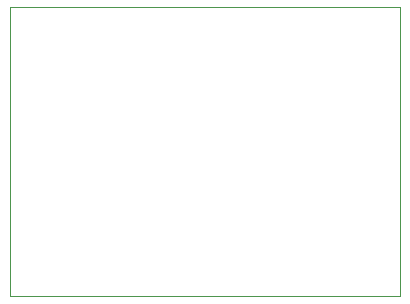
<source format=gbr>
%TF.GenerationSoftware,KiCad,Pcbnew,9.0.4*%
%TF.CreationDate,2025-09-16T01:09:41+05:30*%
%TF.ProjectId,PCB designing,50434220-6465-4736-9967-6e696e672e6b,rev?*%
%TF.SameCoordinates,Original*%
%TF.FileFunction,Profile,NP*%
%FSLAX46Y46*%
G04 Gerber Fmt 4.6, Leading zero omitted, Abs format (unit mm)*
G04 Created by KiCad (PCBNEW 9.0.4) date 2025-09-16 01:09:41*
%MOMM*%
%LPD*%
G01*
G04 APERTURE LIST*
%TA.AperFunction,Profile*%
%ADD10C,0.050000*%
%TD*%
G04 APERTURE END LIST*
D10*
X171500000Y-78000000D02*
X138500000Y-78000000D01*
X138500000Y-78000000D02*
X138500000Y-76750000D01*
X171500000Y-53500000D02*
X171500000Y-78000000D01*
X138500000Y-53500000D02*
X171500000Y-53500000D01*
X138500000Y-76750000D02*
X138500000Y-53500000D01*
M02*

</source>
